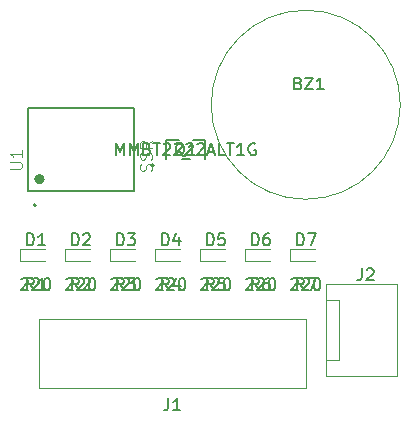
<source format=gbr>
G04 #@! TF.FileFunction,Legend,Top*
%FSLAX46Y46*%
G04 Gerber Fmt 4.6, Leading zero omitted, Abs format (unit mm)*
G04 Created by KiCad (PCBNEW 4.0.6) date 07/20/17 18:35:03*
%MOMM*%
%LPD*%
G01*
G04 APERTURE LIST*
%ADD10C,0.100000*%
%ADD11C,0.120000*%
%ADD12C,0.152400*%
%ADD13C,0.200000*%
%ADD14C,0.150000*%
%ADD15C,0.050000*%
G04 APERTURE END LIST*
D10*
D11*
X193424871Y-90170000D02*
G75*
G03X193424871Y-90170000I-8004871J0D01*
G01*
X161260000Y-102370000D02*
X161260000Y-103370000D01*
X161260000Y-103370000D02*
X163360000Y-103370000D01*
X161260000Y-102370000D02*
X163360000Y-102370000D01*
X165070000Y-102370000D02*
X165070000Y-103370000D01*
X165070000Y-103370000D02*
X167170000Y-103370000D01*
X165070000Y-102370000D02*
X167170000Y-102370000D01*
X168880000Y-102370000D02*
X168880000Y-103370000D01*
X168880000Y-103370000D02*
X170980000Y-103370000D01*
X168880000Y-102370000D02*
X170980000Y-102370000D01*
X172690000Y-102370000D02*
X172690000Y-103370000D01*
X172690000Y-103370000D02*
X174790000Y-103370000D01*
X172690000Y-102370000D02*
X174790000Y-102370000D01*
X176500000Y-102370000D02*
X176500000Y-103370000D01*
X176500000Y-103370000D02*
X178600000Y-103370000D01*
X176500000Y-102370000D02*
X178600000Y-102370000D01*
X180310000Y-102370000D02*
X180310000Y-103370000D01*
X180310000Y-103370000D02*
X182410000Y-103370000D01*
X180310000Y-102370000D02*
X182410000Y-102370000D01*
X184120000Y-102370000D02*
X184120000Y-103370000D01*
X184120000Y-103370000D02*
X186220000Y-103370000D01*
X184120000Y-102370000D02*
X186220000Y-102370000D01*
X184150000Y-114170000D02*
X185420000Y-114170000D01*
X185420000Y-114170000D02*
X185420000Y-108330000D01*
X185420000Y-108330000D02*
X184150000Y-108330000D01*
X164080000Y-114170000D02*
X162810000Y-114170000D01*
X164080000Y-108330000D02*
X162810000Y-108330000D01*
X162810000Y-114170000D02*
X162810000Y-108330000D01*
X184150000Y-108330000D02*
X164080000Y-108330000D01*
X164080000Y-114170000D02*
X184150000Y-114170000D01*
X187100000Y-105330000D02*
X193150000Y-105330000D01*
X193150000Y-105330000D02*
X193150000Y-113130000D01*
X193150000Y-113130000D02*
X187100000Y-113130000D01*
X187100000Y-113130000D02*
X187100000Y-105330000D01*
X187200000Y-106680000D02*
X188210000Y-106680000D01*
X188210000Y-106680000D02*
X188210000Y-111760000D01*
X188210000Y-111760000D02*
X187200000Y-111760000D01*
D12*
X174919640Y-94805500D02*
X175600360Y-94805500D01*
X176911000Y-94805500D02*
X176911000Y-93154500D01*
X176911000Y-93154500D02*
X175872140Y-93154500D01*
X173609000Y-93154500D02*
X173609000Y-94805500D01*
X174647860Y-93154500D02*
X173609000Y-93154500D01*
X172593000Y-95300800D02*
G75*
G03X172593000Y-95300800I-127000J0D01*
G01*
D13*
X161870000Y-97505000D02*
X161870000Y-90455000D01*
X161870000Y-90455000D02*
X170870000Y-90455000D01*
X170870000Y-90455000D02*
X170870000Y-97505000D01*
X170870000Y-97505000D02*
X161870000Y-97505000D01*
X163230550Y-96480000D02*
G75*
G03X163230550Y-96480000I-360550J0D01*
G01*
G36*
X162870000Y-96780000D02*
X162570000Y-96480000D01*
X162870000Y-96180000D01*
X163170000Y-96480000D01*
X162870000Y-96780000D01*
G37*
X162870000Y-96780000D02*
X162570000Y-96480000D01*
X162870000Y-96180000D01*
X163170000Y-96480000D01*
X162870000Y-96780000D01*
X162570000Y-98680000D02*
G75*
G03X162570000Y-98680000I-100000J0D01*
G01*
D14*
X184787968Y-88348511D02*
X184930825Y-88396130D01*
X184978444Y-88443750D01*
X185026063Y-88538988D01*
X185026063Y-88681845D01*
X184978444Y-88777083D01*
X184930825Y-88824702D01*
X184835587Y-88872321D01*
X184454634Y-88872321D01*
X184454634Y-87872321D01*
X184787968Y-87872321D01*
X184883206Y-87919940D01*
X184930825Y-87967559D01*
X184978444Y-88062797D01*
X184978444Y-88158035D01*
X184930825Y-88253273D01*
X184883206Y-88300892D01*
X184787968Y-88348511D01*
X184454634Y-88348511D01*
X185359396Y-87872321D02*
X186026063Y-87872321D01*
X185359396Y-88872321D01*
X186026063Y-88872321D01*
X186930825Y-88872321D02*
X186359396Y-88872321D01*
X186645110Y-88872321D02*
X186645110Y-87872321D01*
X186549872Y-88015178D01*
X186454634Y-88110416D01*
X186359396Y-88158035D01*
X161821905Y-102072381D02*
X161821905Y-101072381D01*
X162060000Y-101072381D01*
X162202858Y-101120000D01*
X162298096Y-101215238D01*
X162345715Y-101310476D01*
X162393334Y-101500952D01*
X162393334Y-101643810D01*
X162345715Y-101834286D01*
X162298096Y-101929524D01*
X162202858Y-102024762D01*
X162060000Y-102072381D01*
X161821905Y-102072381D01*
X163345715Y-102072381D02*
X162774286Y-102072381D01*
X163060000Y-102072381D02*
X163060000Y-101072381D01*
X162964762Y-101215238D01*
X162869524Y-101310476D01*
X162774286Y-101358095D01*
X165631905Y-102072381D02*
X165631905Y-101072381D01*
X165870000Y-101072381D01*
X166012858Y-101120000D01*
X166108096Y-101215238D01*
X166155715Y-101310476D01*
X166203334Y-101500952D01*
X166203334Y-101643810D01*
X166155715Y-101834286D01*
X166108096Y-101929524D01*
X166012858Y-102024762D01*
X165870000Y-102072381D01*
X165631905Y-102072381D01*
X166584286Y-101167619D02*
X166631905Y-101120000D01*
X166727143Y-101072381D01*
X166965239Y-101072381D01*
X167060477Y-101120000D01*
X167108096Y-101167619D01*
X167155715Y-101262857D01*
X167155715Y-101358095D01*
X167108096Y-101500952D01*
X166536667Y-102072381D01*
X167155715Y-102072381D01*
X169441905Y-102072381D02*
X169441905Y-101072381D01*
X169680000Y-101072381D01*
X169822858Y-101120000D01*
X169918096Y-101215238D01*
X169965715Y-101310476D01*
X170013334Y-101500952D01*
X170013334Y-101643810D01*
X169965715Y-101834286D01*
X169918096Y-101929524D01*
X169822858Y-102024762D01*
X169680000Y-102072381D01*
X169441905Y-102072381D01*
X170346667Y-101072381D02*
X170965715Y-101072381D01*
X170632381Y-101453333D01*
X170775239Y-101453333D01*
X170870477Y-101500952D01*
X170918096Y-101548571D01*
X170965715Y-101643810D01*
X170965715Y-101881905D01*
X170918096Y-101977143D01*
X170870477Y-102024762D01*
X170775239Y-102072381D01*
X170489524Y-102072381D01*
X170394286Y-102024762D01*
X170346667Y-101977143D01*
X173251905Y-102072381D02*
X173251905Y-101072381D01*
X173490000Y-101072381D01*
X173632858Y-101120000D01*
X173728096Y-101215238D01*
X173775715Y-101310476D01*
X173823334Y-101500952D01*
X173823334Y-101643810D01*
X173775715Y-101834286D01*
X173728096Y-101929524D01*
X173632858Y-102024762D01*
X173490000Y-102072381D01*
X173251905Y-102072381D01*
X174680477Y-101405714D02*
X174680477Y-102072381D01*
X174442381Y-101024762D02*
X174204286Y-101739048D01*
X174823334Y-101739048D01*
X177061905Y-102072381D02*
X177061905Y-101072381D01*
X177300000Y-101072381D01*
X177442858Y-101120000D01*
X177538096Y-101215238D01*
X177585715Y-101310476D01*
X177633334Y-101500952D01*
X177633334Y-101643810D01*
X177585715Y-101834286D01*
X177538096Y-101929524D01*
X177442858Y-102024762D01*
X177300000Y-102072381D01*
X177061905Y-102072381D01*
X178538096Y-101072381D02*
X178061905Y-101072381D01*
X178014286Y-101548571D01*
X178061905Y-101500952D01*
X178157143Y-101453333D01*
X178395239Y-101453333D01*
X178490477Y-101500952D01*
X178538096Y-101548571D01*
X178585715Y-101643810D01*
X178585715Y-101881905D01*
X178538096Y-101977143D01*
X178490477Y-102024762D01*
X178395239Y-102072381D01*
X178157143Y-102072381D01*
X178061905Y-102024762D01*
X178014286Y-101977143D01*
X180871905Y-102072381D02*
X180871905Y-101072381D01*
X181110000Y-101072381D01*
X181252858Y-101120000D01*
X181348096Y-101215238D01*
X181395715Y-101310476D01*
X181443334Y-101500952D01*
X181443334Y-101643810D01*
X181395715Y-101834286D01*
X181348096Y-101929524D01*
X181252858Y-102024762D01*
X181110000Y-102072381D01*
X180871905Y-102072381D01*
X182300477Y-101072381D02*
X182110000Y-101072381D01*
X182014762Y-101120000D01*
X181967143Y-101167619D01*
X181871905Y-101310476D01*
X181824286Y-101500952D01*
X181824286Y-101881905D01*
X181871905Y-101977143D01*
X181919524Y-102024762D01*
X182014762Y-102072381D01*
X182205239Y-102072381D01*
X182300477Y-102024762D01*
X182348096Y-101977143D01*
X182395715Y-101881905D01*
X182395715Y-101643810D01*
X182348096Y-101548571D01*
X182300477Y-101500952D01*
X182205239Y-101453333D01*
X182014762Y-101453333D01*
X181919524Y-101500952D01*
X181871905Y-101548571D01*
X181824286Y-101643810D01*
X184681905Y-102072381D02*
X184681905Y-101072381D01*
X184920000Y-101072381D01*
X185062858Y-101120000D01*
X185158096Y-101215238D01*
X185205715Y-101310476D01*
X185253334Y-101500952D01*
X185253334Y-101643810D01*
X185205715Y-101834286D01*
X185158096Y-101929524D01*
X185062858Y-102024762D01*
X184920000Y-102072381D01*
X184681905Y-102072381D01*
X185586667Y-101072381D02*
X186253334Y-101072381D01*
X185824762Y-102072381D01*
X173786667Y-115022381D02*
X173786667Y-115736667D01*
X173739047Y-115879524D01*
X173643809Y-115974762D01*
X173500952Y-116022381D01*
X173405714Y-116022381D01*
X174786667Y-116022381D02*
X174215238Y-116022381D01*
X174500952Y-116022381D02*
X174500952Y-115022381D01*
X174405714Y-115165238D01*
X174310476Y-115260476D01*
X174215238Y-115308095D01*
X190166667Y-104032381D02*
X190166667Y-104746667D01*
X190119047Y-104889524D01*
X190023809Y-104984762D01*
X189880952Y-105032381D01*
X189785714Y-105032381D01*
X190595238Y-104127619D02*
X190642857Y-104080000D01*
X190738095Y-104032381D01*
X190976191Y-104032381D01*
X191071429Y-104080000D01*
X191119048Y-104127619D01*
X191166667Y-104222857D01*
X191166667Y-104318095D01*
X191119048Y-104460952D01*
X190547619Y-105032381D01*
X191166667Y-105032381D01*
X175164762Y-94527619D02*
X175069524Y-94480000D01*
X174974286Y-94384762D01*
X174831429Y-94241905D01*
X174736190Y-94194286D01*
X174640952Y-94194286D01*
X174688571Y-94432381D02*
X174593333Y-94384762D01*
X174498095Y-94289524D01*
X174450476Y-94099048D01*
X174450476Y-93765714D01*
X174498095Y-93575238D01*
X174593333Y-93480000D01*
X174688571Y-93432381D01*
X174879048Y-93432381D01*
X174974286Y-93480000D01*
X175069524Y-93575238D01*
X175117143Y-93765714D01*
X175117143Y-94099048D01*
X175069524Y-94289524D01*
X174974286Y-94384762D01*
X174879048Y-94432381D01*
X174688571Y-94432381D01*
X176069524Y-94432381D02*
X175498095Y-94432381D01*
X175783809Y-94432381D02*
X175783809Y-93432381D01*
X175688571Y-93575238D01*
X175593333Y-93670476D01*
X175498095Y-93718095D01*
X169379047Y-94432381D02*
X169379047Y-93432381D01*
X169712381Y-94146667D01*
X170045714Y-93432381D01*
X170045714Y-94432381D01*
X170521904Y-94432381D02*
X170521904Y-93432381D01*
X170855238Y-94146667D01*
X171188571Y-93432381D01*
X171188571Y-94432381D01*
X171998095Y-93908571D02*
X172140952Y-93956190D01*
X172188571Y-94003810D01*
X172236190Y-94099048D01*
X172236190Y-94241905D01*
X172188571Y-94337143D01*
X172140952Y-94384762D01*
X172045714Y-94432381D01*
X171664761Y-94432381D01*
X171664761Y-93432381D01*
X171998095Y-93432381D01*
X172093333Y-93480000D01*
X172140952Y-93527619D01*
X172188571Y-93622857D01*
X172188571Y-93718095D01*
X172140952Y-93813333D01*
X172093333Y-93860952D01*
X171998095Y-93908571D01*
X171664761Y-93908571D01*
X172521904Y-93432381D02*
X173093333Y-93432381D01*
X172807618Y-94432381D02*
X172807618Y-93432381D01*
X173379047Y-93527619D02*
X173426666Y-93480000D01*
X173521904Y-93432381D01*
X173760000Y-93432381D01*
X173855238Y-93480000D01*
X173902857Y-93527619D01*
X173950476Y-93622857D01*
X173950476Y-93718095D01*
X173902857Y-93860952D01*
X173331428Y-94432381D01*
X173950476Y-94432381D01*
X174331428Y-93527619D02*
X174379047Y-93480000D01*
X174474285Y-93432381D01*
X174712381Y-93432381D01*
X174807619Y-93480000D01*
X174855238Y-93527619D01*
X174902857Y-93622857D01*
X174902857Y-93718095D01*
X174855238Y-93860952D01*
X174283809Y-94432381D01*
X174902857Y-94432381D01*
X175283809Y-93527619D02*
X175331428Y-93480000D01*
X175426666Y-93432381D01*
X175664762Y-93432381D01*
X175760000Y-93480000D01*
X175807619Y-93527619D01*
X175855238Y-93622857D01*
X175855238Y-93718095D01*
X175807619Y-93860952D01*
X175236190Y-94432381D01*
X175855238Y-94432381D01*
X176236190Y-93527619D02*
X176283809Y-93480000D01*
X176379047Y-93432381D01*
X176617143Y-93432381D01*
X176712381Y-93480000D01*
X176760000Y-93527619D01*
X176807619Y-93622857D01*
X176807619Y-93718095D01*
X176760000Y-93860952D01*
X176188571Y-94432381D01*
X176807619Y-94432381D01*
X177188571Y-94146667D02*
X177664762Y-94146667D01*
X177093333Y-94432381D02*
X177426666Y-93432381D01*
X177760000Y-94432381D01*
X178569524Y-94432381D02*
X178093333Y-94432381D01*
X178093333Y-93432381D01*
X178760000Y-93432381D02*
X179331429Y-93432381D01*
X179045714Y-94432381D02*
X179045714Y-93432381D01*
X180188572Y-94432381D02*
X179617143Y-94432381D01*
X179902857Y-94432381D02*
X179902857Y-93432381D01*
X179807619Y-93575238D01*
X179712381Y-93670476D01*
X179617143Y-93718095D01*
X181140953Y-93480000D02*
X181045715Y-93432381D01*
X180902858Y-93432381D01*
X180760000Y-93480000D01*
X180664762Y-93575238D01*
X180617143Y-93670476D01*
X180569524Y-93860952D01*
X180569524Y-94003810D01*
X180617143Y-94194286D01*
X180664762Y-94289524D01*
X180760000Y-94384762D01*
X180902858Y-94432381D01*
X180998096Y-94432381D01*
X181140953Y-94384762D01*
X181188572Y-94337143D01*
X181188572Y-94003810D01*
X180998096Y-94003810D01*
X162393334Y-105862381D02*
X162060000Y-105386190D01*
X161821905Y-105862381D02*
X161821905Y-104862381D01*
X162202858Y-104862381D01*
X162298096Y-104910000D01*
X162345715Y-104957619D01*
X162393334Y-105052857D01*
X162393334Y-105195714D01*
X162345715Y-105290952D01*
X162298096Y-105338571D01*
X162202858Y-105386190D01*
X161821905Y-105386190D01*
X163345715Y-105862381D02*
X162774286Y-105862381D01*
X163060000Y-105862381D02*
X163060000Y-104862381D01*
X162964762Y-105005238D01*
X162869524Y-105100476D01*
X162774286Y-105148095D01*
X161321905Y-104957619D02*
X161369524Y-104910000D01*
X161464762Y-104862381D01*
X161702858Y-104862381D01*
X161798096Y-104910000D01*
X161845715Y-104957619D01*
X161893334Y-105052857D01*
X161893334Y-105148095D01*
X161845715Y-105290952D01*
X161274286Y-105862381D01*
X161893334Y-105862381D01*
X162274286Y-104957619D02*
X162321905Y-104910000D01*
X162417143Y-104862381D01*
X162655239Y-104862381D01*
X162750477Y-104910000D01*
X162798096Y-104957619D01*
X162845715Y-105052857D01*
X162845715Y-105148095D01*
X162798096Y-105290952D01*
X162226667Y-105862381D01*
X162845715Y-105862381D01*
X163464762Y-104862381D02*
X163560001Y-104862381D01*
X163655239Y-104910000D01*
X163702858Y-104957619D01*
X163750477Y-105052857D01*
X163798096Y-105243333D01*
X163798096Y-105481429D01*
X163750477Y-105671905D01*
X163702858Y-105767143D01*
X163655239Y-105814762D01*
X163560001Y-105862381D01*
X163464762Y-105862381D01*
X163369524Y-105814762D01*
X163321905Y-105767143D01*
X163274286Y-105671905D01*
X163226667Y-105481429D01*
X163226667Y-105243333D01*
X163274286Y-105052857D01*
X163321905Y-104957619D01*
X163369524Y-104910000D01*
X163464762Y-104862381D01*
X166203334Y-105862381D02*
X165870000Y-105386190D01*
X165631905Y-105862381D02*
X165631905Y-104862381D01*
X166012858Y-104862381D01*
X166108096Y-104910000D01*
X166155715Y-104957619D01*
X166203334Y-105052857D01*
X166203334Y-105195714D01*
X166155715Y-105290952D01*
X166108096Y-105338571D01*
X166012858Y-105386190D01*
X165631905Y-105386190D01*
X166584286Y-104957619D02*
X166631905Y-104910000D01*
X166727143Y-104862381D01*
X166965239Y-104862381D01*
X167060477Y-104910000D01*
X167108096Y-104957619D01*
X167155715Y-105052857D01*
X167155715Y-105148095D01*
X167108096Y-105290952D01*
X166536667Y-105862381D01*
X167155715Y-105862381D01*
X165131905Y-104957619D02*
X165179524Y-104910000D01*
X165274762Y-104862381D01*
X165512858Y-104862381D01*
X165608096Y-104910000D01*
X165655715Y-104957619D01*
X165703334Y-105052857D01*
X165703334Y-105148095D01*
X165655715Y-105290952D01*
X165084286Y-105862381D01*
X165703334Y-105862381D01*
X166084286Y-104957619D02*
X166131905Y-104910000D01*
X166227143Y-104862381D01*
X166465239Y-104862381D01*
X166560477Y-104910000D01*
X166608096Y-104957619D01*
X166655715Y-105052857D01*
X166655715Y-105148095D01*
X166608096Y-105290952D01*
X166036667Y-105862381D01*
X166655715Y-105862381D01*
X167274762Y-104862381D02*
X167370001Y-104862381D01*
X167465239Y-104910000D01*
X167512858Y-104957619D01*
X167560477Y-105052857D01*
X167608096Y-105243333D01*
X167608096Y-105481429D01*
X167560477Y-105671905D01*
X167512858Y-105767143D01*
X167465239Y-105814762D01*
X167370001Y-105862381D01*
X167274762Y-105862381D01*
X167179524Y-105814762D01*
X167131905Y-105767143D01*
X167084286Y-105671905D01*
X167036667Y-105481429D01*
X167036667Y-105243333D01*
X167084286Y-105052857D01*
X167131905Y-104957619D01*
X167179524Y-104910000D01*
X167274762Y-104862381D01*
X170013334Y-105862381D02*
X169680000Y-105386190D01*
X169441905Y-105862381D02*
X169441905Y-104862381D01*
X169822858Y-104862381D01*
X169918096Y-104910000D01*
X169965715Y-104957619D01*
X170013334Y-105052857D01*
X170013334Y-105195714D01*
X169965715Y-105290952D01*
X169918096Y-105338571D01*
X169822858Y-105386190D01*
X169441905Y-105386190D01*
X170346667Y-104862381D02*
X170965715Y-104862381D01*
X170632381Y-105243333D01*
X170775239Y-105243333D01*
X170870477Y-105290952D01*
X170918096Y-105338571D01*
X170965715Y-105433810D01*
X170965715Y-105671905D01*
X170918096Y-105767143D01*
X170870477Y-105814762D01*
X170775239Y-105862381D01*
X170489524Y-105862381D01*
X170394286Y-105814762D01*
X170346667Y-105767143D01*
X168941905Y-104957619D02*
X168989524Y-104910000D01*
X169084762Y-104862381D01*
X169322858Y-104862381D01*
X169418096Y-104910000D01*
X169465715Y-104957619D01*
X169513334Y-105052857D01*
X169513334Y-105148095D01*
X169465715Y-105290952D01*
X168894286Y-105862381D01*
X169513334Y-105862381D01*
X169894286Y-104957619D02*
X169941905Y-104910000D01*
X170037143Y-104862381D01*
X170275239Y-104862381D01*
X170370477Y-104910000D01*
X170418096Y-104957619D01*
X170465715Y-105052857D01*
X170465715Y-105148095D01*
X170418096Y-105290952D01*
X169846667Y-105862381D01*
X170465715Y-105862381D01*
X171084762Y-104862381D02*
X171180001Y-104862381D01*
X171275239Y-104910000D01*
X171322858Y-104957619D01*
X171370477Y-105052857D01*
X171418096Y-105243333D01*
X171418096Y-105481429D01*
X171370477Y-105671905D01*
X171322858Y-105767143D01*
X171275239Y-105814762D01*
X171180001Y-105862381D01*
X171084762Y-105862381D01*
X170989524Y-105814762D01*
X170941905Y-105767143D01*
X170894286Y-105671905D01*
X170846667Y-105481429D01*
X170846667Y-105243333D01*
X170894286Y-105052857D01*
X170941905Y-104957619D01*
X170989524Y-104910000D01*
X171084762Y-104862381D01*
X173823334Y-105862381D02*
X173490000Y-105386190D01*
X173251905Y-105862381D02*
X173251905Y-104862381D01*
X173632858Y-104862381D01*
X173728096Y-104910000D01*
X173775715Y-104957619D01*
X173823334Y-105052857D01*
X173823334Y-105195714D01*
X173775715Y-105290952D01*
X173728096Y-105338571D01*
X173632858Y-105386190D01*
X173251905Y-105386190D01*
X174680477Y-105195714D02*
X174680477Y-105862381D01*
X174442381Y-104814762D02*
X174204286Y-105529048D01*
X174823334Y-105529048D01*
X172751905Y-104957619D02*
X172799524Y-104910000D01*
X172894762Y-104862381D01*
X173132858Y-104862381D01*
X173228096Y-104910000D01*
X173275715Y-104957619D01*
X173323334Y-105052857D01*
X173323334Y-105148095D01*
X173275715Y-105290952D01*
X172704286Y-105862381D01*
X173323334Y-105862381D01*
X173704286Y-104957619D02*
X173751905Y-104910000D01*
X173847143Y-104862381D01*
X174085239Y-104862381D01*
X174180477Y-104910000D01*
X174228096Y-104957619D01*
X174275715Y-105052857D01*
X174275715Y-105148095D01*
X174228096Y-105290952D01*
X173656667Y-105862381D01*
X174275715Y-105862381D01*
X174894762Y-104862381D02*
X174990001Y-104862381D01*
X175085239Y-104910000D01*
X175132858Y-104957619D01*
X175180477Y-105052857D01*
X175228096Y-105243333D01*
X175228096Y-105481429D01*
X175180477Y-105671905D01*
X175132858Y-105767143D01*
X175085239Y-105814762D01*
X174990001Y-105862381D01*
X174894762Y-105862381D01*
X174799524Y-105814762D01*
X174751905Y-105767143D01*
X174704286Y-105671905D01*
X174656667Y-105481429D01*
X174656667Y-105243333D01*
X174704286Y-105052857D01*
X174751905Y-104957619D01*
X174799524Y-104910000D01*
X174894762Y-104862381D01*
X177633334Y-105862381D02*
X177300000Y-105386190D01*
X177061905Y-105862381D02*
X177061905Y-104862381D01*
X177442858Y-104862381D01*
X177538096Y-104910000D01*
X177585715Y-104957619D01*
X177633334Y-105052857D01*
X177633334Y-105195714D01*
X177585715Y-105290952D01*
X177538096Y-105338571D01*
X177442858Y-105386190D01*
X177061905Y-105386190D01*
X178538096Y-104862381D02*
X178061905Y-104862381D01*
X178014286Y-105338571D01*
X178061905Y-105290952D01*
X178157143Y-105243333D01*
X178395239Y-105243333D01*
X178490477Y-105290952D01*
X178538096Y-105338571D01*
X178585715Y-105433810D01*
X178585715Y-105671905D01*
X178538096Y-105767143D01*
X178490477Y-105814762D01*
X178395239Y-105862381D01*
X178157143Y-105862381D01*
X178061905Y-105814762D01*
X178014286Y-105767143D01*
X176561905Y-104957619D02*
X176609524Y-104910000D01*
X176704762Y-104862381D01*
X176942858Y-104862381D01*
X177038096Y-104910000D01*
X177085715Y-104957619D01*
X177133334Y-105052857D01*
X177133334Y-105148095D01*
X177085715Y-105290952D01*
X176514286Y-105862381D01*
X177133334Y-105862381D01*
X177514286Y-104957619D02*
X177561905Y-104910000D01*
X177657143Y-104862381D01*
X177895239Y-104862381D01*
X177990477Y-104910000D01*
X178038096Y-104957619D01*
X178085715Y-105052857D01*
X178085715Y-105148095D01*
X178038096Y-105290952D01*
X177466667Y-105862381D01*
X178085715Y-105862381D01*
X178704762Y-104862381D02*
X178800001Y-104862381D01*
X178895239Y-104910000D01*
X178942858Y-104957619D01*
X178990477Y-105052857D01*
X179038096Y-105243333D01*
X179038096Y-105481429D01*
X178990477Y-105671905D01*
X178942858Y-105767143D01*
X178895239Y-105814762D01*
X178800001Y-105862381D01*
X178704762Y-105862381D01*
X178609524Y-105814762D01*
X178561905Y-105767143D01*
X178514286Y-105671905D01*
X178466667Y-105481429D01*
X178466667Y-105243333D01*
X178514286Y-105052857D01*
X178561905Y-104957619D01*
X178609524Y-104910000D01*
X178704762Y-104862381D01*
X181443334Y-105862381D02*
X181110000Y-105386190D01*
X180871905Y-105862381D02*
X180871905Y-104862381D01*
X181252858Y-104862381D01*
X181348096Y-104910000D01*
X181395715Y-104957619D01*
X181443334Y-105052857D01*
X181443334Y-105195714D01*
X181395715Y-105290952D01*
X181348096Y-105338571D01*
X181252858Y-105386190D01*
X180871905Y-105386190D01*
X182300477Y-104862381D02*
X182110000Y-104862381D01*
X182014762Y-104910000D01*
X181967143Y-104957619D01*
X181871905Y-105100476D01*
X181824286Y-105290952D01*
X181824286Y-105671905D01*
X181871905Y-105767143D01*
X181919524Y-105814762D01*
X182014762Y-105862381D01*
X182205239Y-105862381D01*
X182300477Y-105814762D01*
X182348096Y-105767143D01*
X182395715Y-105671905D01*
X182395715Y-105433810D01*
X182348096Y-105338571D01*
X182300477Y-105290952D01*
X182205239Y-105243333D01*
X182014762Y-105243333D01*
X181919524Y-105290952D01*
X181871905Y-105338571D01*
X181824286Y-105433810D01*
X180371905Y-104957619D02*
X180419524Y-104910000D01*
X180514762Y-104862381D01*
X180752858Y-104862381D01*
X180848096Y-104910000D01*
X180895715Y-104957619D01*
X180943334Y-105052857D01*
X180943334Y-105148095D01*
X180895715Y-105290952D01*
X180324286Y-105862381D01*
X180943334Y-105862381D01*
X181324286Y-104957619D02*
X181371905Y-104910000D01*
X181467143Y-104862381D01*
X181705239Y-104862381D01*
X181800477Y-104910000D01*
X181848096Y-104957619D01*
X181895715Y-105052857D01*
X181895715Y-105148095D01*
X181848096Y-105290952D01*
X181276667Y-105862381D01*
X181895715Y-105862381D01*
X182514762Y-104862381D02*
X182610001Y-104862381D01*
X182705239Y-104910000D01*
X182752858Y-104957619D01*
X182800477Y-105052857D01*
X182848096Y-105243333D01*
X182848096Y-105481429D01*
X182800477Y-105671905D01*
X182752858Y-105767143D01*
X182705239Y-105814762D01*
X182610001Y-105862381D01*
X182514762Y-105862381D01*
X182419524Y-105814762D01*
X182371905Y-105767143D01*
X182324286Y-105671905D01*
X182276667Y-105481429D01*
X182276667Y-105243333D01*
X182324286Y-105052857D01*
X182371905Y-104957619D01*
X182419524Y-104910000D01*
X182514762Y-104862381D01*
X185253334Y-105862381D02*
X184920000Y-105386190D01*
X184681905Y-105862381D02*
X184681905Y-104862381D01*
X185062858Y-104862381D01*
X185158096Y-104910000D01*
X185205715Y-104957619D01*
X185253334Y-105052857D01*
X185253334Y-105195714D01*
X185205715Y-105290952D01*
X185158096Y-105338571D01*
X185062858Y-105386190D01*
X184681905Y-105386190D01*
X185586667Y-104862381D02*
X186253334Y-104862381D01*
X185824762Y-105862381D01*
X184181905Y-104957619D02*
X184229524Y-104910000D01*
X184324762Y-104862381D01*
X184562858Y-104862381D01*
X184658096Y-104910000D01*
X184705715Y-104957619D01*
X184753334Y-105052857D01*
X184753334Y-105148095D01*
X184705715Y-105290952D01*
X184134286Y-105862381D01*
X184753334Y-105862381D01*
X185134286Y-104957619D02*
X185181905Y-104910000D01*
X185277143Y-104862381D01*
X185515239Y-104862381D01*
X185610477Y-104910000D01*
X185658096Y-104957619D01*
X185705715Y-105052857D01*
X185705715Y-105148095D01*
X185658096Y-105290952D01*
X185086667Y-105862381D01*
X185705715Y-105862381D01*
X186324762Y-104862381D02*
X186420001Y-104862381D01*
X186515239Y-104910000D01*
X186562858Y-104957619D01*
X186610477Y-105052857D01*
X186658096Y-105243333D01*
X186658096Y-105481429D01*
X186610477Y-105671905D01*
X186562858Y-105767143D01*
X186515239Y-105814762D01*
X186420001Y-105862381D01*
X186324762Y-105862381D01*
X186229524Y-105814762D01*
X186181905Y-105767143D01*
X186134286Y-105671905D01*
X186086667Y-105481429D01*
X186086667Y-105243333D01*
X186134286Y-105052857D01*
X186181905Y-104957619D01*
X186229524Y-104910000D01*
X186324762Y-104862381D01*
D15*
X160387381Y-95601905D02*
X161196905Y-95601905D01*
X161292143Y-95554286D01*
X161339762Y-95506667D01*
X161387381Y-95411429D01*
X161387381Y-95220952D01*
X161339762Y-95125714D01*
X161292143Y-95078095D01*
X161196905Y-95030476D01*
X160387381Y-95030476D01*
X161387381Y-94030476D02*
X161387381Y-94601905D01*
X161387381Y-94316191D02*
X160387381Y-94316191D01*
X160530238Y-94411429D01*
X160625476Y-94506667D01*
X160673095Y-94601905D01*
X172339762Y-95766905D02*
X172387381Y-95624048D01*
X172387381Y-95385952D01*
X172339762Y-95290714D01*
X172292143Y-95243095D01*
X172196905Y-95195476D01*
X172101667Y-95195476D01*
X172006429Y-95243095D01*
X171958810Y-95290714D01*
X171911190Y-95385952D01*
X171863571Y-95576429D01*
X171815952Y-95671667D01*
X171768333Y-95719286D01*
X171673095Y-95766905D01*
X171577857Y-95766905D01*
X171482619Y-95719286D01*
X171435000Y-95671667D01*
X171387381Y-95576429D01*
X171387381Y-95338333D01*
X171435000Y-95195476D01*
X172339762Y-94814524D02*
X172387381Y-94671667D01*
X172387381Y-94433571D01*
X172339762Y-94338333D01*
X172292143Y-94290714D01*
X172196905Y-94243095D01*
X172101667Y-94243095D01*
X172006429Y-94290714D01*
X171958810Y-94338333D01*
X171911190Y-94433571D01*
X171863571Y-94624048D01*
X171815952Y-94719286D01*
X171768333Y-94766905D01*
X171673095Y-94814524D01*
X171577857Y-94814524D01*
X171482619Y-94766905D01*
X171435000Y-94719286D01*
X171387381Y-94624048D01*
X171387381Y-94385952D01*
X171435000Y-94243095D01*
X172387381Y-93243095D02*
X171911190Y-93576429D01*
X172387381Y-93814524D02*
X171387381Y-93814524D01*
X171387381Y-93433571D01*
X171435000Y-93338333D01*
X171482619Y-93290714D01*
X171577857Y-93243095D01*
X171720714Y-93243095D01*
X171815952Y-93290714D01*
X171863571Y-93338333D01*
X171911190Y-93433571D01*
X171911190Y-93814524D01*
M02*

</source>
